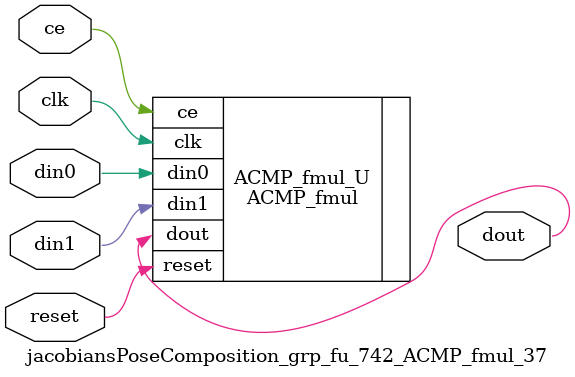
<source format=v>

`timescale 1 ns / 1 ps
module jacobiansPoseComposition_grp_fu_742_ACMP_fmul_37(
    clk,
    reset,
    ce,
    din0,
    din1,
    dout);

parameter ID = 32'd1;
parameter NUM_STAGE = 32'd1;
parameter din0_WIDTH = 32'd1;
parameter din1_WIDTH = 32'd1;
parameter dout_WIDTH = 32'd1;
input clk;
input reset;
input ce;
input[din0_WIDTH - 1:0] din0;
input[din1_WIDTH - 1:0] din1;
output[dout_WIDTH - 1:0] dout;



ACMP_fmul #(
.ID( ID ),
.NUM_STAGE( 4 ),
.din0_WIDTH( din0_WIDTH ),
.din1_WIDTH( din1_WIDTH ),
.dout_WIDTH( dout_WIDTH ))
ACMP_fmul_U(
    .clk( clk ),
    .reset( reset ),
    .ce( ce ),
    .din0( din0 ),
    .din1( din1 ),
    .dout( dout ));

endmodule

</source>
